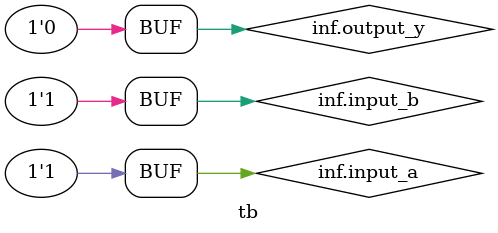
<source format=sv>
module tb(and_if inf);

initial begin
  $display("\n// and gate output");
  $monitor("\ninput_a=%b\t input_b=%b\t output_y=%b",inf.input_a,inf.input_b,inf.output_y);
  inf.output_y=0;
  inf.input_a = 0; inf.input_b = 0; 
  #1;
  inf.input_a = 1; inf.input_b = 0; 
  #1;
  inf.input_a = 0; inf.input_b = 1;     
  #1;
  inf.input_a = 1; inf.input_b = 1; 
end

endmodule:tb



</source>
